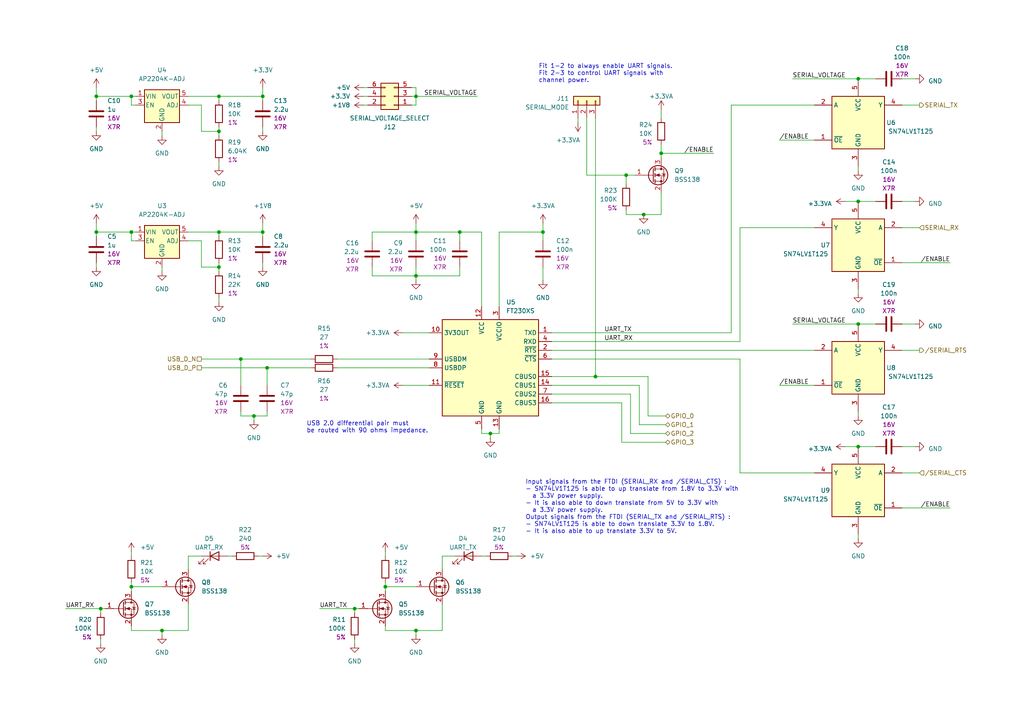
<source format=kicad_sch>
(kicad_sch (version 20230121) (generator eeschema)
  (paper "A4")
  (title_block (title "Copilot Lite USB controller") (date "2023-03-28") (company "(C) BayLibre"))
  (lib_symbols
    (symbol "Connector_Generic:Conn_01x03" (pin_names (offset 1.016) hide)
      (property "Reference" "J" (at 0 5.08 0))
      (property "Value" "Conn_01x03" (at 0 -5.08 0))
      (symbol "Conn_01x03_1_1"
        (rectangle (start -1.27 -2.413) (end 0 -2.667) (stroke (width 0.1524)))
        (rectangle (start -1.27 0.127) (end 0 -0.127) (stroke (width 0.1524)))
        (rectangle (start -1.27 2.667) (end 0 2.413) (stroke (width 0.1524)))
        (rectangle (start -1.27 3.81) (end 1.27 -3.81) (stroke (width 0.254)) (fill (type background)))
        (pin passive line (at -5.08 2.54 0) (length 3.81) (name "Pin_1") (number "1"))
        (pin passive line (at -5.08 0 0) (length 3.81) (name "Pin_2") (number "2"))
        (pin passive line (at -5.08 -2.54 0) (length 3.81) (name "Pin_3") (number "3"))
      )
    )
    (symbol "Connector_Generic:Conn_02x03_Odd_Even" (pin_names (offset 1.016) hide)
      (property "Reference" "J" (at 1.27 5.08 0))
      (property "Value" "Conn_02x03_Odd_Even" (at 1.27 -5.08 0))
      (symbol "Conn_02x03_Odd_Even_1_1"
        (rectangle (start -1.27 -2.413) (end 0 -2.667) (stroke (width 0.1524)))
        (rectangle (start -1.27 0.127) (end 0 -0.127) (stroke (width 0.1524)))
        (rectangle (start -1.27 2.667) (end 0 2.413) (stroke (width 0.1524)))
        (rectangle (start -1.27 3.81) (end 3.81 -3.81) (stroke (width 0.254)) (fill (type background)))
        (rectangle (start 3.81 -2.413) (end 2.54 -2.667) (stroke (width 0.1524)))
        (rectangle (start 3.81 0.127) (end 2.54 -0.127) (stroke (width 0.1524)))
        (rectangle (start 3.81 2.667) (end 2.54 2.413) (stroke (width 0.1524)))
        (pin passive line (at -5.08 2.54 0) (length 3.81) (name "Pin_1") (number "1"))
        (pin passive line (at 7.62 2.54 180) (length 3.81) (name "Pin_2") (number "2"))
        (pin passive line (at -5.08 0 0) (length 3.81) (name "Pin_3") (number "3"))
        (pin passive line (at 7.62 0 180) (length 3.81) (name "Pin_4") (number "4"))
        (pin passive line (at -5.08 -2.54 0) (length 3.81) (name "Pin_5") (number "5"))
        (pin passive line (at 7.62 -2.54 180) (length 3.81) (name "Pin_6") (number "6"))
      )
    )
    (symbol "Device:C" (pin_numbers hide) (pin_names (offset 0.254))
      (property "Reference" "C" (at 0.635 2.54 0))
      (property "Value" "C" (at 0.635 -2.54 0))
      (symbol "C_0_1"
        (polyline (pts (xy -2.032 -0.762) (xy 2.032 -0.762)) (stroke (width 0.508)))
        (polyline (pts (xy -2.032 0.762) (xy 2.032 0.762)) (stroke (width 0.508)))
      )
      (symbol "C_1_1"
        (pin passive line (at 0 3.81 270) (length 2.794) (name "~") (number "1"))
        (pin passive line (at 0 -3.81 90) (length 2.794) (name "~") (number "2"))
      )
    )
    (symbol "Device:LED" (pin_numbers hide) (pin_names (offset 1.016) hide)
      (property "Reference" "D" (at 0 2.54 0))
      (property "Value" "LED" (at 0 -2.54 0))
      (symbol "LED_0_1"
        (polyline (pts (xy -1.27 -1.27) (xy -1.27 1.27)) (stroke (width 0.254)))
        (polyline (pts (xy -1.27 0) (xy 1.27 0)))
        (polyline (pts (xy 1.27 -1.27) (xy 1.27 1.27) (xy -1.27 0) (xy 1.27 -1.27)) (stroke (width 0.254)))
        (polyline (pts (xy -3.048 -0.762) (xy -4.572 -2.286) (xy -3.81 -2.286) (xy -4.572 -2.286) (xy -4.572 -1.524)))
        (polyline (pts (xy -1.778 -0.762) (xy -3.302 -2.286) (xy -2.54 -2.286) (xy -3.302 -2.286) (xy -3.302 -1.524)))
      )
      (symbol "LED_1_1"
        (pin passive line (at -3.81 0 0) (length 2.54) (name "K") (number "1"))
        (pin passive line (at 3.81 0 180) (length 2.54) (name "A") (number "2"))
      )
    )
    (symbol "Device:R" (pin_numbers hide) (pin_names (offset 0))
      (property "Reference" "R" (at 2.032 0 90))
      (property "Value" "R" (at 0 0 90))
      (symbol "R_0_1"
        (rectangle (start -1.016 -2.54) (end 1.016 2.54) (stroke (width 0.254)))
      )
      (symbol "R_1_1"
        (pin passive line (at 0 3.81 270) (length 1.27) (name "~") (number "1"))
        (pin passive line (at 0 -3.81 90) (length 1.27) (name "~") (number "2"))
      )
    )
    (symbol "Interface_USB:FT230XS"
      (property "Reference" "U" (at -13.97 15.24 0))
      (property "Value" "FT230XS" (at 7.62 15.24 0))
      (symbol "FT230XS_0_1"
        (rectangle (start -13.97 13.97) (end 13.97 -13.97) (stroke (width 0.254)) (fill (type background)))
      )
      (symbol "FT230XS_1_1"
        (pin output line (at 17.78 10.16 180) (length 3.81) (name "TXD") (number "1"))
        (pin power_out line (at -17.78 10.16 0) (length 3.81) (name "3V3OUT") (number "10"))
        (pin input line (at -17.78 -5.08 0) (length 3.81) (name "~{RESET}") (number "11"))
        (pin power_in line (at -2.54 17.78 270) (length 3.81) (name "VCC") (number "12"))
        (pin power_in line (at 2.54 -17.78 90) (length 3.81) (name "GND") (number "13"))
        (pin bidirectional line (at 17.78 -5.08 180) (length 3.81) (name "CBUS1") (number "14"))
        (pin bidirectional line (at 17.78 -2.54 180) (length 3.81) (name "CBUS0") (number "15"))
        (pin bidirectional line (at 17.78 -10.16 180) (length 3.81) (name "CBUS3") (number "16"))
        (pin output line (at 17.78 5.08 180) (length 3.81) (name "~{RTS}") (number "2"))
        (pin power_in line (at 2.54 17.78 270) (length 3.81) (name "VCCIO") (number "3"))
        (pin input line (at 17.78 7.62 180) (length 3.81) (name "RXD") (number "4"))
        (pin power_in line (at -2.54 -17.78 90) (length 3.81) (name "GND") (number "5"))
        (pin input line (at 17.78 2.54 180) (length 3.81) (name "~{CTS}") (number "6"))
        (pin bidirectional line (at 17.78 -7.62 180) (length 3.81) (name "CBUS2") (number "7"))
        (pin bidirectional line (at -17.78 0 0) (length 3.81) (name "USBDP") (number "8"))
        (pin bidirectional line (at -17.78 2.54 0) (length 3.81) (name "USBDM") (number "9"))
      )
    )
    (symbol "Regulator_Linear:AP2204K-ADJ" (pin_names (offset 0.254))
      (property "Reference" "U" (at -5.08 5.715 0))
      (property "Value" "AP2204K-ADJ" (at 0 5.715 0))
      (symbol "AP2204K-ADJ_0_1"
        (rectangle (start -5.08 4.445) (end 5.08 -5.08) (stroke (width 0.254)) (fill (type background)))
      )
      (symbol "AP2204K-ADJ_1_1"
        (pin power_in line (at -7.62 2.54 0) (length 2.54) (name "VIN") (number "1"))
        (pin power_in line (at 0 -7.62 90) (length 2.54) (name "GND") (number "2"))
        (pin input line (at -7.62 0 0) (length 2.54) (name "EN") (number "3"))
        (pin input line (at 7.62 0 180) (length 2.54) (name "ADJ") (number "4"))
        (pin power_out line (at 7.62 2.54 180) (length 2.54) (name "VOUT") (number "5"))
      )
    )
    (symbol "SN74LV1T125:SN74LV1T125DBV"
      (property "Reference" "U" (at 9.525 0 0))
      (property "Value" "SN74LV1T125" (at 15.24 -2.54 0))
      (symbol "SN74LV1T125DBV_0_1"
        (rectangle (start -7.62 7.62) (end 7.62 -7.62) (stroke (width 0.254)) (fill (type background)))
      )
      (symbol "SN74LV1T125DBV_1_1"
        (pin input line (at -12.7 -5.08 0) (length 5.08) (name "~{OE}") (number "1"))
        (pin input line (at -12.7 5.08 0) (length 5.08) (name "A") (number "2"))
        (pin power_in line (at 0 -12.7 90) (length 5.08) (name "GND") (number "3"))
        (pin tri_state line (at 12.7 5.08 180) (length 5.08) (name "Y") (number "4"))
        (pin power_in line (at 0 12.7 270) (length 5.08) (name "VCC") (number "5"))
      )
    )
    (symbol "Transistor_FET:BSS138" (pin_names hide)
      (property "Reference" "Q" (at 5.08 1.905 0))
      (property "Value" "BSS138" (at 5.08 0 0))
      (symbol "BSS138_0_1"
        (polyline (pts (xy 0.254 0) (xy -2.54 0)))
        (polyline (pts (xy 0.254 1.905) (xy 0.254 -1.905)) (stroke (width 0.254)))
        (polyline (pts (xy 0.762 -1.27) (xy 0.762 -2.286)) (stroke (width 0.254)))
        (polyline (pts (xy 0.762 0.508) (xy 0.762 -0.508)) (stroke (width 0.254)))
        (polyline (pts (xy 0.762 2.286) (xy 0.762 1.27)) (stroke (width 0.254)))
        (polyline (pts (xy 2.54 2.54) (xy 2.54 1.778)))
        (polyline (pts (xy 2.54 -2.54) (xy 2.54 0) (xy 0.762 0)))
        (polyline (pts (xy 0.762 -1.778) (xy 3.302 -1.778) (xy 3.302 1.778) (xy 0.762 1.778)))
        (polyline (pts (xy 1.016 0) (xy 2.032 0.381) (xy 2.032 -0.381) (xy 1.016 0)) (fill (type outline)))
        (polyline (pts (xy 2.794 0.508) (xy 2.921 0.381) (xy 3.683 0.381) (xy 3.81 0.254)))
        (polyline (pts (xy 3.302 0.381) (xy 2.921 -0.254) (xy 3.683 -0.254) (xy 3.302 0.381)))
        (circle (center 1.651 0) (radius 2.794) (stroke (width 0.254)))
        (circle (center 2.54 -1.778) (radius 0.254) (fill (type outline)))
        (circle (center 2.54 1.778) (radius 0.254) (fill (type outline)))
      )
      (symbol "BSS138_1_1"
        (pin input line (at -5.08 0 0) (length 2.54) (name "G") (number "1"))
        (pin passive line (at 2.54 -5.08 90) (length 2.54) (name "S") (number "2"))
        (pin passive line (at 2.54 5.08 270) (length 2.54) (name "D") (number "3"))
      )
    )
    (symbol "power:+1V8" (power) (pin_names (offset 0))
      (property "Value" "+1V8" (at 0 3.556 0))
      (symbol "+1V8_0_1"
        (polyline (pts (xy -0.762 1.27) (xy 0 2.54)))
        (polyline (pts (xy 0 0) (xy 0 2.54)))
        (polyline (pts (xy 0 2.54) (xy 0.762 1.27)))
      )
      (symbol "+1V8_1_1"
        (pin power_in line (at 0 0 90) (length 0) hide (name "+1V8") (number "1"))
      )
    )
    (symbol "power:+3.3V" (power) (pin_names (offset 0))
      (property "Value" "+3.3V" (at 0 3.556 0))
      (symbol "+3.3V_0_1"
        (polyline (pts (xy -0.762 1.27) (xy 0 2.54)))
        (polyline (pts (xy 0 0) (xy 0 2.54)))
        (polyline (pts (xy 0 2.54) (xy 0.762 1.27)))
      )
      (symbol "+3.3V_1_1"
        (pin power_in line (at 0 0 90) (length 0) hide (name "+3.3V") (number "1"))
      )
    )
    (symbol "power:+3.3VA" (power) (pin_names (offset 0))
      (property "Value" "+3.3VA" (at 0 3.556 0))
      (symbol "+3.3VA_0_1"
        (polyline (pts (xy -0.762 1.27) (xy 0 2.54)))
        (polyline (pts (xy 0 0) (xy 0 2.54)))
        (polyline (pts (xy 0 2.54) (xy 0.762 1.27)))
      )
      (symbol "+3.3VA_1_1"
        (pin power_in line (at 0 0 90) (length 0) hide (name "+3.3VA") (number "1"))
      )
    )
    (symbol "power:+5V" (power) (pin_names (offset 0))
      (property "Value" "+5V" (at 0 3.556 0))
      (symbol "+5V_0_1"
        (polyline (pts (xy -0.762 1.27) (xy 0 2.54)))
        (polyline (pts (xy 0 0) (xy 0 2.54)))
        (polyline (pts (xy 0 2.54) (xy 0.762 1.27)))
      )
      (symbol "+5V_1_1"
        (pin power_in line (at 0 0 90) (length 0) hide (name "+5V") (number "1"))
      )
    )
    (symbol "power:GND" (power) (pin_names (offset 0))
      (property "Value" "GND" (at 0 -3.81 0))
      (symbol "GND_0_1"
        (polyline (pts (xy 0 0) (xy 0 -1.27) (xy 1.27 -1.27) (xy 0 -2.54) (xy -1.27 -1.27) (xy 0 -1.27)))
      )
      (symbol "GND_1_1"
        (pin power_in line (at 0 0 270) (length 0) hide (name "GND") (number "1"))
      )
    )
  )
  (junction (at 46.99 182.88))
  (junction (at 76.2 27.94))
  (junction (at 73.66 120.65))
  (junction (at 157.48 67.31))
  (junction (at 27.94 27.94))
  (junction (at 29.21 176.53))
  (junction (at 172.72 109.22))
  (junction (at 248.92 129.54))
  (junction (at 63.5 38.1))
  (junction (at 248.92 93.98))
  (junction (at 69.85 104.14))
  (junction (at 63.5 77.47))
  (junction (at 191.77 44.45))
  (junction (at 38.1 67.31))
  (junction (at 76.2 67.31))
  (junction (at 120.65 80.01))
  (junction (at 38.1 170.18))
  (junction (at 120.65 67.31))
  (junction (at 142.24 125.73))
  (junction (at 181.61 50.8))
  (junction (at 120.65 27.94))
  (junction (at 102.87 176.53))
  (junction (at 111.76 170.18))
  (junction (at 63.5 67.31))
  (junction (at 248.92 22.86))
  (junction (at 248.92 58.42))
  (junction (at 27.94 67.31))
  (junction (at 63.5 27.94))
  (junction (at 38.1 27.94))
  (junction (at 77.47 106.68))
  (junction (at 120.65 182.88))
  (junction (at 133.35 67.31))
  (junction (at 186.69 62.23))
  (wire (pts (xy 191.77 44.45) (xy 191.77 45.72)))
  (wire (pts (xy 191.77 62.23) (xy 186.69 62.23)))
  (wire (pts (xy 107.95 80.01) (xy 120.65 80.01)))
  (wire (pts (xy 133.35 77.47) (xy 133.35 80.01)))
  (wire (pts (xy 63.5 67.31) (xy 76.2 67.31)))
  (wire (pts (xy 139.7 67.31) (xy 139.7 88.9)))
  (wire (pts (xy 248.92 129.54) (xy 254 129.54)))
  (wire (pts (xy 236.22 66.04) (xy 214.63 66.04)))
  (wire (pts (xy 38.1 69.85) (xy 39.37 69.85)))
  (wire (pts (xy 180.34 116.84) (xy 180.34 128.27)))
  (wire (pts (xy 128.27 161.29) (xy 132.08 161.29)))
  (wire (pts (xy 54.61 165.1) (xy 54.61 161.29)))
  (wire (pts (xy 116.84 96.52) (xy 124.46 96.52)))
  (wire (pts (xy 157.48 67.31) (xy 157.48 69.85)))
  (wire (pts (xy 63.5 46.99) (xy 63.5 48.26)))
  (wire (pts (xy 160.02 116.84) (xy 180.34 116.84)))
  (wire (pts (xy 139.7 125.73) (xy 142.24 125.73)))
  (wire (pts (xy 182.88 125.73) (xy 193.04 125.73)))
  (wire (pts (xy 261.62 66.04) (xy 266.7 66.04)))
  (wire (pts (xy 180.34 128.27) (xy 193.04 128.27)))
  (wire (pts (xy 172.72 109.22) (xy 187.96 109.22)))
  (wire (pts (xy 160.02 114.3) (xy 182.88 114.3)))
  (wire (pts (xy 160.02 101.6) (xy 236.22 101.6)))
  (wire (pts (xy 120.65 64.77) (xy 120.65 67.31)))
  (wire (pts (xy 58.42 106.68) (xy 77.47 106.68)))
  (wire (pts (xy 160.02 104.14) (xy 214.63 104.14)))
  (wire (pts (xy 111.76 181.61) (xy 111.76 182.88)))
  (wire (pts (xy 248.92 93.98) (xy 254 93.98)))
  (wire (pts (xy 111.76 160.02) (xy 111.76 161.29)))
  (wire (pts (xy 245.11 58.42) (xy 248.92 58.42)))
  (wire (pts (xy 261.62 58.42) (xy 265.43 58.42)))
  (wire (pts (xy 54.61 27.94) (xy 63.5 27.94)))
  (wire (pts (xy 212.09 96.52) (xy 212.09 30.48)))
  (wire (pts (xy 58.42 38.1) (xy 63.5 38.1)))
  (wire (pts (xy 104.14 176.53) (xy 102.87 176.53)))
  (wire (pts (xy 186.69 62.23) (xy 181.61 62.23)))
  (wire (pts (xy 58.42 104.14) (xy 69.85 104.14)))
  (wire (pts (xy 184.15 50.8) (xy 181.61 50.8)))
  (wire (pts (xy 245.11 129.54) (xy 248.92 129.54)))
  (wire (pts (xy 38.1 168.91) (xy 38.1 170.18)))
  (wire (pts (xy 226.06 111.76) (xy 236.22 111.76)))
  (wire (pts (xy 38.1 160.02) (xy 38.1 161.29)))
  (wire (pts (xy 261.62 137.16) (xy 266.7 137.16)))
  (wire (pts (xy 191.77 44.45) (xy 207.01 44.45)))
  (wire (pts (xy 120.65 25.4) (xy 119.38 25.4)))
  (wire (pts (xy 58.42 69.85) (xy 58.42 77.47)))
  (wire (pts (xy 29.21 185.42) (xy 29.21 186.69)))
  (wire (pts (xy 214.63 137.16) (xy 236.22 137.16)))
  (wire (pts (xy 27.94 67.31) (xy 27.94 68.58)))
  (wire (pts (xy 39.37 67.31) (xy 38.1 67.31)))
  (wire (pts (xy 139.7 161.29) (xy 140.97 161.29)))
  (wire (pts (xy 111.76 182.88) (xy 120.65 182.88)))
  (wire (pts (xy 76.2 27.94) (xy 76.2 29.21)))
  (wire (pts (xy 76.2 67.31) (xy 76.2 68.58)))
  (wire (pts (xy 144.78 125.73) (xy 144.78 124.46)))
  (wire (pts (xy 54.61 30.48) (xy 58.42 30.48)))
  (wire (pts (xy 212.09 30.48) (xy 236.22 30.48)))
  (wire (pts (xy 133.35 67.31) (xy 139.7 67.31)))
  (wire (pts (xy 69.85 120.65) (xy 73.66 120.65)))
  (wire (pts (xy 111.76 168.91) (xy 111.76 170.18)))
  (wire (pts (xy 38.1 181.61) (xy 38.1 182.88)))
  (wire (pts (xy 226.06 40.64) (xy 236.22 40.64)))
  (wire (pts (xy 261.62 30.48) (xy 266.7 30.48)))
  (wire (pts (xy 27.94 27.94) (xy 27.94 29.21)))
  (wire (pts (xy 116.84 111.76) (xy 124.46 111.76)))
  (wire (pts (xy 214.63 66.04) (xy 214.63 99.06)))
  (wire (pts (xy 107.95 77.47) (xy 107.95 80.01)))
  (wire (pts (xy 97.79 104.14) (xy 124.46 104.14)))
  (wire (pts (xy 248.92 83.82) (xy 248.92 85.09)))
  (wire (pts (xy 167.64 34.29) (xy 167.64 35.56)))
  (wire (pts (xy 214.63 104.14) (xy 214.63 137.16)))
  (wire (pts (xy 54.61 182.88) (xy 54.61 175.26)))
  (wire (pts (xy 77.47 106.68) (xy 90.17 106.68)))
  (wire (pts (xy 63.5 27.94) (xy 63.5 29.21)))
  (wire (pts (xy 248.92 48.26) (xy 248.92 49.53)))
  (wire (pts (xy 102.87 185.42) (xy 102.87 186.69)))
  (wire (pts (xy 106.68 30.48) (xy 105.41 30.48)))
  (wire (pts (xy 74.93 161.29) (xy 76.2 161.29)))
  (wire (pts (xy 187.96 120.65) (xy 193.04 120.65)))
  (wire (pts (xy 185.42 123.19) (xy 193.04 123.19)))
  (wire (pts (xy 142.24 125.73) (xy 142.24 127)))
  (wire (pts (xy 142.24 125.73) (xy 144.78 125.73)))
  (wire (pts (xy 63.5 27.94) (xy 76.2 27.94)))
  (wire (pts (xy 182.88 114.3) (xy 182.88 125.73)))
  (wire (pts (xy 63.5 86.36) (xy 63.5 87.63)))
  (wire (pts (xy 38.1 67.31) (xy 27.94 67.31)))
  (wire (pts (xy 69.85 119.38) (xy 69.85 120.65)))
  (wire (pts (xy 120.65 80.01) (xy 133.35 80.01)))
  (wire (pts (xy 73.66 120.65) (xy 77.47 120.65)))
  (wire (pts (xy 229.87 22.86) (xy 248.92 22.86)))
  (wire (pts (xy 120.65 27.94) (xy 119.38 27.94)))
  (wire (pts (xy 261.62 147.32) (xy 275.59 147.32)))
  (wire (pts (xy 27.94 64.77) (xy 27.94 67.31)))
  (wire (pts (xy 107.95 69.85) (xy 107.95 67.31)))
  (wire (pts (xy 38.1 27.94) (xy 27.94 27.94)))
  (wire (pts (xy 191.77 41.91) (xy 191.77 44.45)))
  (wire (pts (xy 102.87 176.53) (xy 102.87 177.8)))
  (wire (pts (xy 77.47 120.65) (xy 77.47 119.38)))
  (wire (pts (xy 119.38 30.48) (xy 120.65 30.48)))
  (wire (pts (xy 160.02 111.76) (xy 185.42 111.76)))
  (wire (pts (xy 38.1 170.18) (xy 46.99 170.18)))
  (wire (pts (xy 46.99 39.37) (xy 46.99 38.1)))
  (wire (pts (xy 157.48 77.47) (xy 157.48 81.28)))
  (wire (pts (xy 46.99 78.74) (xy 46.99 77.47)))
  (wire (pts (xy 27.94 25.4) (xy 27.94 27.94)))
  (wire (pts (xy 90.17 104.14) (xy 69.85 104.14)))
  (wire (pts (xy 111.76 170.18) (xy 120.65 170.18)))
  (wire (pts (xy 139.7 124.46) (xy 139.7 125.73)))
  (wire (pts (xy 120.65 67.31) (xy 120.65 69.85)))
  (wire (pts (xy 38.1 27.94) (xy 38.1 30.48)))
  (wire (pts (xy 133.35 67.31) (xy 133.35 69.85)))
  (wire (pts (xy 181.61 50.8) (xy 181.61 53.34)))
  (wire (pts (xy 97.79 106.68) (xy 124.46 106.68)))
  (wire (pts (xy 76.2 36.83) (xy 76.2 38.1)))
  (wire (pts (xy 63.5 38.1) (xy 63.5 39.37)))
  (wire (pts (xy 181.61 60.96) (xy 181.61 62.23)))
  (wire (pts (xy 157.48 64.77) (xy 157.48 67.31)))
  (wire (pts (xy 76.2 25.4) (xy 76.2 27.94)))
  (wire (pts (xy 160.02 99.06) (xy 214.63 99.06)))
  (wire (pts (xy 54.61 161.29) (xy 58.42 161.29)))
  (wire (pts (xy 120.65 182.88) (xy 128.27 182.88)))
  (wire (pts (xy 30.48 176.53) (xy 29.21 176.53)))
  (wire (pts (xy 120.65 80.01) (xy 120.65 81.28)))
  (wire (pts (xy 187.96 120.65) (xy 187.96 109.22)))
  (wire (pts (xy 170.18 34.29) (xy 170.18 50.8)))
  (wire (pts (xy 76.2 64.77) (xy 76.2 67.31)))
  (wire (pts (xy 185.42 111.76) (xy 185.42 123.19)))
  (wire (pts (xy 248.92 119.38) (xy 248.92 120.65)))
  (wire (pts (xy 261.62 93.98) (xy 265.43 93.98)))
  (wire (pts (xy 38.1 182.88) (xy 46.99 182.88)))
  (wire (pts (xy 54.61 69.85) (xy 58.42 69.85)))
  (wire (pts (xy 58.42 77.47) (xy 63.5 77.47)))
  (wire (pts (xy 111.76 170.18) (xy 111.76 171.45)))
  (wire (pts (xy 38.1 67.31) (xy 38.1 69.85)))
  (wire (pts (xy 120.65 27.94) (xy 120.65 25.4)))
  (wire (pts (xy 120.65 27.94) (xy 138.43 27.94)))
  (wire (pts (xy 77.47 111.76) (xy 77.47 106.68)))
  (wire (pts (xy 172.72 34.29) (xy 172.72 109.22)))
  (wire (pts (xy 106.68 25.4) (xy 105.41 25.4)))
  (wire (pts (xy 120.65 182.88) (xy 120.65 184.15)))
  (wire (pts (xy 38.1 30.48) (xy 39.37 30.48)))
  (wire (pts (xy 229.87 93.98) (xy 248.92 93.98)))
  (wire (pts (xy 128.27 182.88) (xy 128.27 175.26)))
  (wire (pts (xy 27.94 36.83) (xy 27.94 38.1)))
  (wire (pts (xy 76.2 76.2) (xy 76.2 77.47)))
  (wire (pts (xy 58.42 30.48) (xy 58.42 38.1)))
  (wire (pts (xy 248.92 58.42) (xy 254 58.42)))
  (wire (pts (xy 170.18 50.8) (xy 181.61 50.8)))
  (wire (pts (xy 248.92 22.86) (xy 254 22.86)))
  (wire (pts (xy 39.37 27.94) (xy 38.1 27.94)))
  (wire (pts (xy 148.59 161.29) (xy 149.86 161.29)))
  (wire (pts (xy 120.65 30.48) (xy 120.65 27.94)))
  (wire (pts (xy 38.1 170.18) (xy 38.1 171.45)))
  (wire (pts (xy 157.48 67.31) (xy 144.78 67.31)))
  (wire (pts (xy 160.02 109.22) (xy 172.72 109.22)))
  (wire (pts (xy 128.27 165.1) (xy 128.27 161.29)))
  (wire (pts (xy 63.5 38.1) (xy 63.5 36.83)))
  (wire (pts (xy 46.99 182.88) (xy 54.61 182.88)))
  (wire (pts (xy 27.94 76.2) (xy 27.94 77.47)))
  (wire (pts (xy 248.92 154.94) (xy 248.92 156.21)))
  (wire (pts (xy 54.61 67.31) (xy 63.5 67.31)))
  (wire (pts (xy 144.78 67.31) (xy 144.78 88.9)))
  (wire (pts (xy 261.62 22.86) (xy 265.43 22.86)))
  (wire (pts (xy 69.85 104.14) (xy 69.85 111.76)))
  (wire (pts (xy 107.95 67.31) (xy 120.65 67.31)))
  (wire (pts (xy 191.77 31.75) (xy 191.77 34.29)))
  (wire (pts (xy 191.77 55.88) (xy 191.77 62.23)))
  (wire (pts (xy 63.5 77.47) (xy 63.5 78.74)))
  (wire (pts (xy 106.68 27.94) (xy 105.41 27.94)))
  (wire (pts (xy 261.62 101.6) (xy 266.7 101.6)))
  (wire (pts (xy 66.04 161.29) (xy 67.31 161.29)))
  (wire (pts (xy 92.71 176.53) (xy 102.87 176.53)))
  (wire (pts (xy 63.5 77.47) (xy 63.5 76.2)))
  (wire (pts (xy 160.02 96.52) (xy 212.09 96.52)))
  (wire (pts (xy 63.5 67.31) (xy 63.5 68.58)))
  (wire (pts (xy 46.99 182.88) (xy 46.99 184.15)))
  (wire (pts (xy 261.62 76.2) (xy 275.59 76.2)))
  (wire (pts (xy 120.65 77.47) (xy 120.65 80.01)))
  (wire (pts (xy 261.62 129.54) (xy 265.43 129.54)))
  (wire (pts (xy 73.66 120.65) (xy 73.66 121.92)))
  (wire (pts (xy 29.21 176.53) (xy 29.21 177.8)))
  (wire (pts (xy 19.05 176.53) (xy 29.21 176.53)))
  (wire (pts (xy 120.65 67.31) (xy 133.35 67.31)))
  (text "Input signals from the FTDI (SERIAL_RX and /SERIAL_CTS) :\n- SN74LV1T125 is able to up translate from 1.8V to 3.3V with\n  a 3.3V power supply.\n- It is also able to down translate from 5V to 3.3V with\n  a 3.3V power supply.\nOutput signals from the FTDI (SERIAL_TX and /SERIAL_RTS) :\n- SN74LV1T125 is able to down translate 3.3V to 1.8V.\n- It is also able to up translate 3.3V to 5V. \n" (at 152.4 154.94 0) (effects (font (size 1.27 1.27)) (justify left bottom)))
  (text "USB 2.0 differential pair must\nbe routed with 90 ohms impedance." (at 88.9 125.73 0) (effects (font (size 1.27 1.27)) (justify left bottom)))
  (text "Fit 1-2 to always enable UART signals.\nFit 2-3 to control UART signals with\nchannel power." (at 156.21 24.13 0) (effects (font (size 1.27 1.27)) (justify left bottom)))
  (label "{slash}ENABLE" (at 226.06 111.76 0))
  (label "{slash}ENABLE" (at 207.01 44.45 180))
  (label "SERIAL_VOLTAGE" (at 229.87 93.98 0))
  (label "UART_TX" (at 92.71 176.53 0))
  (label "{slash}ENABLE" (at 226.06 40.64 0))
  (label "SERIAL_VOLTAGE" (at 138.43 27.94 180))
  (label "SERIAL_VOLTAGE" (at 229.87 22.86 0))
  (label "{slash}ENABLE" (at 275.59 76.2 180))
  (label "UART_TX" (at 175.26 96.52 0))
  (label "{slash}ENABLE" (at 275.59 147.32 180))
  (label "UART_RX" (at 19.05 176.53 0))
  (label "UART_RX" (at 175.26 99.06 0))
  (hierarchical_label "GPIO_2" (shape bidirectional) (at 193.04 125.73 0))
  (hierarchical_label "GPIO_0" (shape bidirectional) (at 193.04 120.65 0))
  (hierarchical_label "USB_D_N" (shape passive) (at 58.42 104.14 180))
  (hierarchical_label "GPIO_3" (shape bidirectional) (at 193.04 128.27 0))
  (hierarchical_label "{slash}SERIAL_RTS" (shape output) (at 266.7 101.6 0))
  (hierarchical_label "{slash}SERIAL_CTS" (shape input) (at 266.7 137.16 0))
  (hierarchical_label "SERIAL_TX" (shape output) (at 266.7 30.48 0))
  (hierarchical_label "GPIO_1" (shape bidirectional) (at 193.04 123.19 0))
  (hierarchical_label "USB_D_P" (shape passive) (at 58.42 106.68 180))
  (hierarchical_label "SERIAL_RX" (shape input) (at 266.7 66.04 0))
  (symbol (lib_id "Device:C") (at 76.2 33.02 0) (unit 1)
    (property "Reference" "C13" (at 79.375 29.2099 0) (effects (justify left)))
    (property "Value" "2.2u" (at 79.375 31.7499 0) (effects (justify left)))
    (property "Footprint" "Capacitor_SMD:C_0603_1608Metric" (effects hide))
    (property "Value2" "16V" (at 79.375 34.2899 0) (effects (justify left)))
    (property "Value3" "X7R" (at 79.375 36.8299 0) (effects (justify left)))
    (property "PartNumber" "CL10A225KO8NNNC" (effects hide))
    (property "AISLER_MPN" "2.2u 16V X7R 0603" (effects hide))
  )
  (symbol (lib_id "power:+3.3VA") (at 157.48 64.77 0) (unit 1)
    (property "Reference" "#PWR0147" (effects hide))
    (property "Value" "+3.3VA" (at 157.48 59.69 0))
  )
  (symbol (lib_id "power:GND") (at 27.94 77.47 0) (unit 1)
    (property "Reference" "#PWR0144" (effects hide))
    (property "Value" "GND" (at 27.94 82.55 0))
  )
  (symbol (lib_id "Device:R") (at 63.5 82.55 180) (unit 1)
    (property "Reference" "R14" (at 66.04 80.0099 0) (effects (justify right)))
    (property "Value" "22K" (at 66.04 82.5499 0) (effects (justify right)))
    (property "Footprint" "Resistor_SMD:R_0603_1608Metric" (effects hide))
    (property "Value2" "1%" (at 66.04 85.0899 0) (effects (justify right)))
    (property "PartNumber" "RC0603FR-0722KL" (effects hide))
    (property "AISLER_MPN" "22K 1% 0603" (effects hide))
  )
  (symbol (lib_id "power:GND") (at 27.94 38.1 0) (unit 1)
    (property "Reference" "#PWR0127" (effects hide))
    (property "Value" "GND" (at 27.94 43.18 0))
  )
  (symbol (lib_id "power:+5V") (at 27.94 64.77 0) (unit 1)
    (property "Reference" "#PWR0140" (effects hide))
    (property "Value" "+5V" (at 27.94 59.69 0))
  )
  (symbol (lib_id "Device:C") (at 257.81 22.86 90) (unit 1)
    (property "Reference" "C18" (at 261.62 13.97 90))
    (property "Value" "100n" (at 261.62 16.51 90))
    (property "Footprint" "Capacitor_SMD:C_0603_1608Metric" (effects hide))
    (property "Value2" "16V" (at 261.62 19.05 90))
    (property "Value3" "X7R" (at 261.62 21.59 90))
    (property "PartNumber" "CL10B104KO8NNNC" (effects hide))
    (property "AISLER_MPN" "100n 16V X7R 0603" (effects hide))
  )
  (symbol (lib_id "Transistor_FET:BSS138") (at 125.73 170.18 0) (unit 1)
    (property "Reference" "Q6" (at 132.08 168.9099 0) (effects (justify left)))
    (property "Value" "BSS138" (at 132.08 171.4499 0) (effects (justify left)))
    (property "Footprint" "Package_TO_SOT_SMD:SOT-23" (effects hide))
    (property "Datasheet" "https://www.onsemi.com/pub/Collateral/BSS138-D.PDF" (effects hide))
    (property "PartNumber" "BSS138P,215" (effects hide))
    (property "AISLER_MPN" "BSS138P,215" (effects hide))
  )
  (symbol (lib_id "Device:C") (at 76.2 72.39 0) (unit 1)
    (property "Reference" "C8" (at 79.375 68.5799 0) (effects (justify left)))
    (property "Value" "2.2u" (at 79.375 71.1199 0) (effects (justify left)))
    (property "Footprint" "Capacitor_SMD:C_0603_1608Metric" (effects hide))
    (property "Value2" "16V" (at 79.375 73.6599 0) (effects (justify left)))
    (property "Value3" "X7R" (at 79.375 76.1999 0) (effects (justify left)))
    (property "PartNumber" "CL10A225KO8NNNC" (effects hide))
    (property "AISLER_MPN" "2.2u 16V X7R 0603" (effects hide))
  )
  (symbol (lib_id "SN74LV1T125:SN74LV1T125DBV") (at 248.92 142.24 0) (mirror y) (unit 1)
    (property "Reference" "U9" (at 239.395 142.24 0))
    (property "Value" "SN74LV1T125" (at 233.68 144.78 0))
    (property "Footprint" "Package_TO_SOT_SMD:SOT-23-5" (effects hide))
  )
  (symbol (lib_id "Device:C") (at 257.81 93.98 90) (unit 1)
    (property "Reference" "C19" (at 257.81 82.55 90))
    (property "Value" "100n" (at 257.81 85.09 90))
    (property "Footprint" "Capacitor_SMD:C_0603_1608Metric" (effects hide))
    (property "Value2" "16V" (at 257.81 87.63 90))
    (property "Value3" "X7R" (at 257.81 90.17 90))
    (property "PartNumber" "CL10B104KO8NNNC" (effects hide))
    (property "AISLER_MPN" "100n 16V X7R 0603" (effects hide))
  )
  (symbol (lib_id "power:GND") (at 120.65 184.15 0) (unit 1)
    (property "Reference" "#PWR0135" (effects hide))
    (property "Value" "GND" (at 120.65 189.23 0))
  )
  (symbol (lib_id "power:+3.3VA") (at 245.11 58.42 90) (unit 1)
    (property "Reference" "#PWR012" (effects hide))
    (property "Value" "+3.3VA" (at 241.3 59.055 90) (effects (justify left)))
  )
  (symbol (lib_id "power:+5V") (at 38.1 160.02 0) (unit 1)
    (property "Reference" "#PWR0136" (effects hide))
    (property "Value" "+5V" (at 40.64 158.7499 0) (effects (justify left)))
  )
  (symbol (lib_id "Device:R") (at 63.5 33.02 180) (unit 1)
    (property "Reference" "R18" (at 66.04 30.4799 0) (effects (justify right)))
    (property "Value" "10K" (at 66.04 33.0199 0) (effects (justify right)))
    (property "Footprint" "Resistor_SMD:R_0603_1608Metric" (effects hide))
    (property "Value2" "1%" (at 66.04 35.5599 0) (effects (justify right)))
    (property "PartNumber" "RNCP0603FTD10K0" (effects hide))
    (property "AISLER_MPN" "10K 1% 0603" (effects hide))
  )
  (symbol (lib_id "Device:C") (at 77.47 115.57 0) (unit 1)
    (property "Reference" "C7" (at 81.28 111.7599 0) (effects (justify left)))
    (property "Value" "47p" (at 81.28 114.2999 0) (effects (justify left)))
    (property "Footprint" "Capacitor_SMD:C_0603_1608Metric" (effects hide))
    (property "Value2" "16V" (at 81.28 116.8399 0) (effects (justify left)))
    (property "Value3" "X7R" (at 81.28 119.3799 0) (effects (justify left)))
    (property "PartNumber" "CL10C470JB81PNC" (effects hide))
    (property "AISLER_MPN" "47p 16V X7R 0603" (effects hide))
  )
  (symbol (lib_id "power:+3.3VA") (at 116.84 96.52 90) (unit 1)
    (property "Reference" "#PWR0149" (effects hide))
    (property "Value" "+3.3VA" (at 113.03 96.5199 90) (effects (justify left)))
  )
  (symbol (lib_id "Device:R") (at 144.78 161.29 90) (unit 1)
    (property "Reference" "R17" (at 144.78 153.67 90))
    (property "Value" "240" (at 144.78 156.21 90))
    (property "Footprint" "Resistor_SMD:R_1206_3216Metric" (effects hide))
    (property "PartNumber" "RC1206JR-07240RL" (effects hide))
    (property "Value2" "5%" (at 144.78 158.75 90))
    (property "AISLER_MPN" "240 5% 1206" (effects hide))
  )
  (symbol (lib_id "Transistor_FET:BSS138") (at 35.56 176.53 0) (unit 1)
    (property "Reference" "Q7" (at 41.91 175.2599 0) (effects (justify left)))
    (property "Value" "BSS138" (at 41.91 177.7999 0) (effects (justify left)))
    (property "Footprint" "Package_TO_SOT_SMD:SOT-23" (effects hide))
    (property "Datasheet" "https://www.onsemi.com/pub/Collateral/BSS138-D.PDF" (effects hide))
    (property "PartNumber" "BSS138P,215" (effects hide))
    (property "AISLER_MPN" "BSS138P,215" (effects hide))
  )
  (symbol (lib_id "Device:R") (at 181.61 57.15 180) (unit 1)
    (property "Reference" "R23" (at 179.07 55.245 0) (effects (justify left)))
    (property "Value" "100K" (at 179.07 57.785 0) (effects (justify left)))
    (property "Footprint" "Resistor_SMD:R_0603_1608Metric" (effects hide))
    (property "PartNumber" "RC0603FR-07100KL" (effects hide))
    (property "Value2" "5%" (at 179.07 60.325 0) (effects (justify left)))
    (property "AISLER_MPN" "100K 5% 0603" (effects hide))
  )
  (symbol (lib_id "power:+1V8") (at 76.2 64.77 0) (unit 1)
    (property "Reference" "#PWR0141" (effects hide))
    (property "Value" "+1V8" (at 76.2 59.69 0))
  )
  (symbol (lib_id "power:+5V") (at 149.86 161.29 270) (unit 1)
    (property "Reference" "#PWR0150" (effects hide))
    (property "Value" "+5V" (at 153.67 161.2899 90) (effects (justify left)))
  )
  (symbol (lib_id "power:GND") (at 46.99 39.37 0) (unit 1)
    (property "Reference" "#PWR0131" (effects hide))
    (property "Value" "GND" (at 46.99 44.45 0))
  )
  (symbol (lib_id "power:GND") (at 46.99 184.15 0) (unit 1)
    (property "Reference" "#PWR0138" (effects hide))
    (property "Value" "GND" (at 46.99 189.23 0))
  )
  (symbol (lib_id "power:+3.3V") (at 105.41 27.94 90) (unit 1)
    (property "Reference" "#PWR0157" (effects hide))
    (property "Value" "+3.3V" (at 101.6 27.9401 90) (effects (justify left)))
  )
  (symbol (lib_id "Device:C") (at 257.81 58.42 90) (unit 1)
    (property "Reference" "C14" (at 257.81 46.99 90))
    (property "Value" "100n" (at 257.81 49.53 90))
    (property "Footprint" "Capacitor_SMD:C_0603_1608Metric" (effects hide))
    (property "Value2" "16V" (at 257.81 52.07 90))
    (property "Value3" "X7R" (at 257.81 54.61 90))
    (property "PartNumber" "CL10B104KO8NNNC" (effects hide))
    (property "AISLER_MPN" "100n 16V X7R 0603" (effects hide))
  )
  (symbol (lib_id "Device:R") (at 63.5 43.18 180) (unit 1)
    (property "Reference" "R19" (at 66.04 41.275 0) (effects (justify right)))
    (property "Value" "6.04K" (at 66.04 43.815 0) (effects (justify right)))
    (property "Footprint" "Resistor_SMD:R_0603_1608Metric" (effects hide))
    (property "Value2" "1%" (at 66.04 46.355 0) (effects (justify right)))
    (property "PartNumber" "RC0603FR-076K04L" (effects hide))
    (property "AISLER_MPN" "6.04K 1% 0603" (effects hide))
  )
  (symbol (lib_id "power:+3.3VA") (at 245.11 129.54 90) (unit 1)
    (property "Reference" "#PWR014" (effects hide))
    (property "Value" "+3.3VA" (at 241.3 130.175 90) (effects (justify left)))
  )
  (symbol (lib_id "power:+3.3V") (at 76.2 25.4 0) (unit 1)
    (property "Reference" "#PWR0128" (effects hide))
    (property "Value" "+3.3V" (at 76.2 20.32 0))
  )
  (symbol (lib_id "Connector_Generic:Conn_01x03") (at 170.18 29.21 90) (unit 1)
    (property "Reference" "J11" (at 165.1 28.575 90) (effects (justify left)))
    (property "Value" "SERIAL_MODE" (at 165.1 31.115 90) (effects (justify left)))
    (property "Footprint" "Connector_PinHeader_2.54mm:PinHeader_1x03_P2.54mm_Horizontal" (effects hide))
  )
  (symbol (lib_id "power:GND") (at 63.5 87.63 0) (unit 1)
    (property "Reference" "#PWR0145" (effects hide))
    (property "Value" "GND" (at 63.5 92.71 0))
  )
  (symbol (lib_id "power:+3.3VA") (at 116.84 111.76 90) (unit 1)
    (property "Reference" "#PWR0148" (effects hide))
    (property "Value" "+3.3VA" (at 113.03 111.7599 90) (effects (justify left)))
  )
  (symbol (lib_id "power:+5V") (at 105.41 25.4 90) (unit 1)
    (property "Reference" "#PWR0158" (effects hide))
    (property "Value" "+5V" (at 101.6 25.4001 90) (effects (justify left)))
  )
  (symbol (lib_id "power:GND") (at 73.66 121.92 0) (unit 1)
    (property "Reference" "#PWR0134" (effects hide))
    (property "Value" "GND" (at 73.66 127 0))
  )
  (symbol (lib_id "Regulator_Linear:AP2204K-ADJ") (at 46.99 30.48 0) (unit 1)
    (property "Reference" "U4" (at 46.99 20.32 0))
    (property "Value" "AP2204K-ADJ" (at 46.99 22.86 0))
    (property "Footprint" "Package_TO_SOT_SMD:SOT-23-5" (effects hide))
    (property "Datasheet" "https://www.diodes.com/assets/Datasheets/AP2204.pdf" (effects hide))
    (property "PartNumber" "AP2204K-ADJTRG1" (effects hide))
    (property "AISLER_MPN" "AP2204K-ADJTRG1" (effects hide))
  )
  (symbol (lib_id "Device:R") (at 93.98 106.68 90) (unit 1)
    (property "Reference" "R16" (at 93.98 110.49 90))
    (property "Value" "27" (at 93.98 113.03 90))
    (property "Footprint" "Resistor_SMD:R_0603_1608Metric" (effects hide))
    (property "Value2" "1%" (at 93.98 115.57 90))
    (property "PartNumber" "RC0603FR-1327RL" (effects hide))
    (property "AISLER_MPN" "27 1% 0603" (effects hide))
  )
  (symbol (lib_id "power:GND") (at 142.24 127 0) (unit 1)
    (property "Reference" "#PWR0124" (effects hide))
    (property "Value" "GND" (at 142.24 132.08 0))
  )
  (symbol (lib_id "power:GND") (at 265.43 58.42 90) (unit 1)
    (property "Reference" "#PWR013" (effects hide))
    (property "Value" "GND" (at 269.24 59.055 90) (effects (justify right)))
  )
  (symbol (lib_id "power:GND") (at 186.69 62.23 0) (unit 1)
    (property "Reference" "#PWR018" (effects hide))
    (property "Value" "GND" (at 186.69 67.31 0))
  )
  (symbol (lib_id "power:GND") (at 248.92 156.21 0) (unit 1)
    (property "Reference" "#PWR011" (effects hide))
    (property "Value" "GND" (at 248.92 161.29 0))
  )
  (symbol (lib_id "Device:C") (at 157.48 73.66 0) (unit 1)
    (property "Reference" "C12" (at 161.29 69.8499 0) (effects (justify left)))
    (property "Value" "100n" (at 161.29 72.3899 0) (effects (justify left)))
    (property "Footprint" "Capacitor_SMD:C_0603_1608Metric" (effects hide))
    (property "Value2" "16V" (at 161.29 74.9299 0) (effects (justify left)))
    (property "Value3" "X7R" (at 161.29 77.4699 0) (effects (justify left)))
    (property "PartNumber" "CL10B104KO8NNNC" (effects hide))
    (property "AISLER_MPN" "100n 16V X7R 0603" (effects hide))
  )
  (symbol (lib_id "power:GND") (at 265.43 22.86 90) (unit 1)
    (property "Reference" "#PWR016" (effects hide))
    (property "Value" "GND" (at 269.24 23.495 90) (effects (justify right)))
  )
  (symbol (lib_id "power:GND") (at 157.48 81.28 0) (unit 1)
    (property "Reference" "#PWR0125" (effects hide))
    (property "Value" "GND" (at 157.48 86.36 0))
  )
  (symbol (lib_id "Device:R") (at 102.87 181.61 180) (unit 1)
    (property "Reference" "R11" (at 100.33 179.705 0) (effects (justify left)))
    (property "Value" "100K" (at 100.33 182.245 0) (effects (justify left)))
    (property "Footprint" "Resistor_SMD:R_0603_1608Metric" (effects hide))
    (property "PartNumber" "RC0603FR-07100KL" (effects hide))
    (property "Value2" "5%" (at 100.33 184.785 0) (effects (justify left)))
    (property "AISLER_MPN" "100K 5% 0603" (effects hide))
  )
  (symbol (lib_id "Connector_Generic:Conn_02x03_Odd_Even") (at 114.3 27.94 180) (unit 1)
    (property "Reference" "J12" (at 113.03 36.83 0))
    (property "Value" "SERIAL_VOLTAGE_SELECT" (at 113.03 34.29 0))
    (property "Footprint" "Connector_PinHeader_2.54mm:PinHeader_2x03_P2.54mm_Horizontal" (effects hide))
  )
  (symbol (lib_id "power:GND") (at 76.2 38.1 0) (unit 1)
    (property "Reference" "#PWR0130" (effects hide))
    (property "Value" "GND" (at 76.2 43.18 0))
  )
  (symbol (lib_id "power:+5V") (at 27.94 25.4 0) (unit 1)
    (property "Reference" "#PWR0129" (effects hide))
    (property "Value" "+5V" (at 27.94 20.32 0))
  )
  (symbol (lib_id "power:GND") (at 248.92 49.53 0) (unit 1)
    (property "Reference" "#PWR01" (effects hide))
    (property "Value" "GND" (at 248.92 54.61 0))
  )
  (symbol (lib_id "power:GND") (at 120.65 81.28 0) (unit 1)
    (property "Reference" "#PWR0151" (effects hide))
    (property "Value" "GND" (at 120.65 86.36 0))
  )
  (symbol (lib_id "power:GND") (at 29.21 186.69 0) (unit 1)
    (property "Reference" "#PWR0139" (effects hide))
    (property "Value" "GND" (at 29.21 191.77 0))
  )
  (symbol (lib_id "SN74LV1T125:SN74LV1T125DBV") (at 248.92 106.68 0) (unit 1)
    (property "Reference" "U8" (at 258.445 106.68 0))
    (property "Value" "SN74LV1T125" (at 264.16 109.22 0))
    (property "Footprint" "Package_TO_SOT_SMD:SOT-23-5" (effects hide))
  )
  (symbol (lib_id "Device:R") (at 111.76 165.1 180) (unit 1)
    (property "Reference" "R12" (at 114.3 163.195 0) (effects (justify right)))
    (property "Value" "10K" (at 114.3 165.735 0) (effects (justify right)))
    (property "Footprint" "Resistor_SMD:R_0603_1608Metric" (effects hide))
    (property "PartNumber" "RNCP0603FTD10K0" (effects hide))
    (property "Value2" "5%" (at 114.3 168.275 0) (effects (justify right)))
    (property "AISLER_MPN" "10K 1% 0603" (effects hide))
  )
  (symbol (lib_id "Device:R") (at 191.77 38.1 180) (unit 1)
    (property "Reference" "R24" (at 189.23 36.195 0) (effects (justify left)))
    (property "Value" "10K" (at 189.23 38.735 0) (effects (justify left)))
    (property "Footprint" "Resistor_SMD:R_0603_1608Metric" (effects hide))
    (property "PartNumber" "RNCP0603FTD10K0" (effects hide))
    (property "Value2" "5%" (at 189.23 41.275 0) (effects (justify left)))
    (property "AISLER_MPN" "10K 1% 0603" (effects hide))
  )
  (symbol (lib_id "power:GND") (at 248.92 85.09 0) (unit 1)
    (property "Reference" "#PWR09" (effects hide))
    (property "Value" "GND" (at 248.92 90.17 0))
  )
  (symbol (lib_id "power:GND") (at 63.5 48.26 0) (unit 1)
    (property "Reference" "#PWR0126" (effects hide))
    (property "Value" "GND" (at 63.5 53.34 0))
  )
  (symbol (lib_id "Device:C") (at 69.85 115.57 0) (unit 1)
    (property "Reference" "C6" (at 66.04 111.7599 0) (effects (justify right)))
    (property "Value" "47p" (at 66.04 114.2999 0) (effects (justify right)))
    (property "Footprint" "Capacitor_SMD:C_0603_1608Metric" (effects hide))
    (property "Value2" "16V" (at 66.04 116.8399 0) (effects (justify right)))
    (property "Value3" "X7R" (at 66.04 119.3799 0) (effects (justify right)))
    (property "PartNumber" "CL10C470JB81PNC" (effects hide))
    (property "AISLER_MPN" "47p 16V X7R 0603" (effects hide))
  )
  (symbol (lib_id "power:+5V") (at 120.65 64.77 0) (unit 1)
    (property "Reference" "#PWR0146" (effects hide))
    (property "Value" "+5V" (at 120.65 59.69 0))
  )
  (symbol (lib_id "power:+5V") (at 111.76 160.02 0) (unit 1)
    (property "Reference" "#PWR0133" (effects hide))
    (property "Value" "+5V" (at 114.3 158.7499 0) (effects (justify left)))
  )
  (symbol (lib_id "power:+5V") (at 76.2 161.29 270) (unit 1)
    (property "Reference" "#PWR0137" (effects hide))
    (property "Value" "+5V" (at 80.01 161.2899 90) (effects (justify left)))
  )
  (symbol (lib_id "power:GND") (at 248.92 120.65 0) (unit 1)
    (property "Reference" "#PWR010" (effects hide))
    (property "Value" "GND" (at 248.92 125.73 0))
  )
  (symbol (lib_id "Transistor_FET:BSS138") (at 189.23 50.8 0) (unit 1)
    (property "Reference" "Q9" (at 195.58 49.5299 0) (effects (justify left)))
    (property "Value" "BSS138" (at 195.58 52.0699 0) (effects (justify left)))
    (property "Footprint" "Package_TO_SOT_SMD:SOT-23" (effects hide))
    (property "Datasheet" "https://www.onsemi.com/pub/Collateral/BSS138-D.PDF" (effects hide))
    (property "PartNumber" "BSS138P,215" (effects hide))
    (property "AISLER_MPN" "BSS138P,215" (effects hide))
  )
  (symbol (lib_id "power:+3.3VA") (at 191.77 31.75 0) (unit 1)
    (property "Reference" "#PWR021" (effects hide))
    (property "Value" "+3.3VA" (at 191.77 27.94 0))
  )
  (symbol (lib_id "SN74LV1T125:SN74LV1T125DBV") (at 248.92 35.56 0) (unit 1)
    (property "Reference" "U6" (at 258.445 35.56 0))
    (property "Value" "SN74LV1T125" (at 264.16 38.1 0))
    (property "Footprint" "Package_TO_SOT_SMD:SOT-23-5" (effects hide))
  )
  (symbol (lib_id "Regulator_Linear:AP2204K-ADJ") (at 46.99 69.85 0) (unit 1)
    (property "Reference" "U3" (at 46.99 59.69 0))
    (property "Value" "AP2204K-ADJ" (at 46.99 62.23 0))
    (property "Footprint" "Package_TO_SOT_SMD:SOT-23-5" (effects hide))
    (property "Datasheet" "https://www.diodes.com/assets/Datasheets/AP2204.pdf" (effects hide))
    (property "PartNumber" "AP2204K-ADJTRG1" (effects hide))
    (property "AISLER_MPN" "AP2204K-ADJTRG1" (effects hide))
  )
  (symbol (lib_id "power:GND") (at 265.43 129.54 90) (unit 1)
    (property "Reference" "#PWR015" (effects hide))
    (property "Value" "GND" (at 269.24 130.175 90) (effects (justify right)))
  )
  (symbol (lib_id "Transistor_FET:BSS138") (at 52.07 170.18 0) (unit 1)
    (property "Reference" "Q8" (at 58.42 168.9099 0) (effects (justify left)))
    (property "Value" "BSS138" (at 58.42 171.4499 0) (effects (justify left)))
    (property "Footprint" "Package_TO_SOT_SMD:SOT-23" (effects hide))
    (property "Datasheet" "https://www.onsemi.com/pub/Collateral/BSS138-D.PDF" (effects hide))
    (property "PartNumber" "BSS138P,215" (effects hide))
    (property "AISLER_MPN" "BSS138P,215" (effects hide))
  )
  (symbol (lib_id "Device:R") (at 93.98 104.14 90) (unit 1)
    (property "Reference" "R15" (at 93.98 95.25 90))
    (property "Value" "27" (at 93.98 97.79 90))
    (property "Footprint" "Resistor_SMD:R_0603_1608Metric" (effects hide))
    (property "Value2" "1%" (at 93.98 100.33 90))
    (property "PartNumber" "RC0603FR-1327RL" (effects hide))
    (property "AISLER_MPN" "27 1% 0603" (effects hide))
  )
  (symbol (lib_id "Device:LED") (at 62.23 161.29 0) (unit 1)
    (property "Reference" "D5" (at 60.6425 156.21 0))
    (property "Value" "UART_RX" (at 60.6425 158.75 0))
    (property "Footprint" "LED_SMD:LED_0805_2012Metric" (effects hide))
    (property "PartNumber" "150080SS75000" (effects hide))
    (property "AISLER_MPN" "150080SS75000" (effects hide))
  )
  (symbol (lib_id "Device:LED") (at 135.89 161.29 0) (unit 1)
    (property "Reference" "D4" (at 134.3025 156.21 0))
    (property "Value" "UART_TX" (at 134.3025 158.75 0))
    (property "Footprint" "LED_SMD:LED_0805_2012Metric" (effects hide))
    (property "PartNumber" "150080SS75000" (effects hide))
    (property "AISLER_MPN" "150080SS75000" (effects hide))
  )
  (symbol (lib_id "power:GND") (at 76.2 77.47 0) (unit 1)
    (property "Reference" "#PWR0143" (effects hide))
    (property "Value" "GND" (at 76.2 82.55 0))
  )
  (symbol (lib_id "Transistor_FET:BSS138") (at 109.22 176.53 0) (unit 1)
    (property "Reference" "Q5" (at 115.57 175.2599 0) (effects (justify left)))
    (property "Value" "BSS138" (at 115.57 177.7999 0) (effects (justify left)))
    (property "Footprint" "Package_TO_SOT_SMD:SOT-23" (effects hide))
    (property "Datasheet" "https://www.onsemi.com/pub/Collateral/BSS138-D.PDF" (effects hide))
    (property "PartNumber" "BSS138P,215" (effects hide))
    (property "AISLER_MPN" "BSS138P,215" (effects hide))
  )
  (symbol (lib_id "power:GND") (at 102.87 186.69 0) (unit 1)
    (property "Reference" "#PWR0132" (effects hide))
    (property "Value" "GND" (at 102.87 191.77 0))
  )
  (symbol (lib_id "Device:C") (at 133.35 73.66 0) (unit 1)
    (property "Reference" "C11" (at 129.54 69.8499 0) (effects (justify right)))
    (property "Value" "100n" (at 129.54 72.3899 0) (effects (justify right)))
    (property "Footprint" "Capacitor_SMD:C_0603_1608Metric" (effects hide))
    (property "Value2" "16V" (at 129.54 74.9299 0) (effects (justify right)))
    (property "Value3" "X7R" (at 129.54 77.4699 0) (effects (justify right)))
    (property "PartNumber" "CL10B104KO8NNNC" (effects hide))
    (property "AISLER_MPN" "100n 16V X7R 0603" (effects hide))
  )
  (symbol (lib_id "SN74LV1T125:SN74LV1T125DBV") (at 248.92 71.12 0) (mirror y) (unit 1)
    (property "Reference" "U7" (at 239.395 71.12 0))
    (property "Value" "SN74LV1T125" (at 233.68 73.66 0))
    (property "Footprint" "Package_TO_SOT_SMD:SOT-23-5" (effects hide))
  )
  (symbol (lib_id "Device:R") (at 38.1 165.1 180) (unit 1)
    (property "Reference" "R21" (at 40.64 163.195 0) (effects (justify right)))
    (property "Value" "10K" (at 40.64 165.735 0) (effects (justify right)))
    (property "Footprint" "Resistor_SMD:R_0603_1608Metric" (effects hide))
    (property "PartNumber" "RNCP0603FTD10K0" (effects hide))
    (property "Value2" "5%" (at 40.64 168.275 0) (effects (justify right)))
    (property "AISLER_MPN" "10K 1% 0603" (effects hide))
  )
  (symbol (lib_id "Device:R") (at 29.21 181.61 180) (unit 1)
    (property "Reference" "R20" (at 26.67 179.705 0) (effects (justify left)))
    (property "Value" "100K" (at 26.67 182.245 0) (effects (justify left)))
    (property "Footprint" "Resistor_SMD:R_0603_1608Metric" (effects hide))
    (property "PartNumber" "RC0603FR-07100KL" (effects hide))
    (property "Value2" "5%" (at 26.67 184.785 0) (effects (justify left)))
    (property "AISLER_MPN" "100K 5% 0603" (effects hide))
  )
  (symbol (lib_id "Device:C") (at 120.65 73.66 0) (unit 1)
    (property "Reference" "C9" (at 116.84 70.485 0) (effects (justify right)))
    (property "Value" "2.2u" (at 116.84 73.025 0) (effects (justify right)))
    (property "Footprint" "Capacitor_SMD:C_0603_1608Metric" (effects hide))
    (property "Value2" "16V" (at 116.84 75.565 0) (effects (justify right)))
    (property "Value3" "X7R" (at 116.84 78.105 0) (effects (justify right)))
    (property "PartNumber" "CL10A225KO8NNNC" (effects hide))
    (property "AISLER_MPN" "2.2u 16V X7R 0603" (effects hide))
  )
  (symbol (lib_id "power:GND") (at 46.99 78.74 0) (unit 1)
    (property "Reference" "#PWR0142" (effects hide))
    (property "Value" "GND" (at 46.99 83.82 0))
  )
  (symbol (lib_id "Device:C") (at 257.81 129.54 90) (unit 1)
    (property "Reference" "C17" (at 257.81 118.11 90))
    (property "Value" "100n" (at 257.81 120.65 90))
    (property "Footprint" "Capacitor_SMD:C_0603_1608Metric" (effects hide))
    (property "Value2" "16V" (at 257.81 123.19 90))
    (property "Value3" "X7R" (at 257.81 125.73 90))
    (property "PartNumber" "CL10B104KO8NNNC" (effects hide))
    (property "AISLER_MPN" "100n 16V X7R 0603" (effects hide))
  )
  (symbol (lib_id "Device:C") (at 107.95 73.66 0) (unit 1)
    (property "Reference" "C16" (at 104.14 70.485 0) (effects (justify right)))
    (property "Value" "2.2u" (at 104.14 73.025 0) (effects (justify right)))
    (property "Footprint" "Capacitor_SMD:C_0603_1608Metric" (effects hide))
    (property "Value2" "16V" (at 104.14 75.565 0) (effects (justify right)))
    (property "Value3" "X7R" (at 104.14 78.105 0) (effects (justify right)))
    (property "PartNumber" "CL10A225KO8NNNC" (effects hide))
    (property "AISLER_MPN" "2.2u 16V X7R 0603" (effects hide))
  )
  (symbol (lib_id "power:+1V8") (at 105.41 30.48 90) (unit 1)
    (property "Reference" "#PWR0159" (effects hide))
    (property "Value" "+1V8" (at 101.6 30.4801 90) (effects (justify left)))
  )
  (symbol (lib_id "Interface_USB:FT230XS") (at 142.24 106.68 0) (unit 1)
    (property "Reference" "U5" (at 146.7994 87.63 0) (effects (justify left)))
    (property "Value" "FT230XS" (at 146.7994 90.17 0) (effects (justify left)))
    (property "Footprint" "Package_SO:SSOP-16_3.9x4.9mm_P0.635mm" (effects hide))
    (property "Datasheet" "https://www.ftdichip.com/Support/Documents/DataSheets/ICs/DS_FT230X.pdf" (effects hide))
    (property "PartNumber" "FT230XS-R" (effects hide))
    (property "AISLER_MPN" "FT230XS-R" (effects hide))
  )
  (symbol (lib_id "Device:C") (at 27.94 72.39 0) (unit 1)
    (property "Reference" "C5" (at 31.115 68.5799 0) (effects (justify left)))
    (property "Value" "1u" (at 31.115 71.1199 0) (effects (justify left)))
    (property "Footprint" "Capacitor_SMD:C_0603_1608Metric" (effects hide))
    (property "Value2" "16V" (at 31.115 73.6599 0) (effects (justify left)))
    (property "Value3" "X7R" (at 31.115 76.1999 0) (effects (justify left)))
    (property "PartNumber" "CL10A105KO8NNNC" (effects hide))
    (property "AISLER_MPN" "1u 16V X7R 0603" (effects hide))
  )
  (symbol (lib_id "Device:C") (at 27.94 33.02 0) (unit 1)
    (property "Reference" "C10" (at 31.115 29.2099 0) (effects (justify left)))
    (property "Value" "1u" (at 31.115 31.7499 0) (effects (justify left)))
    (property "Footprint" "Capacitor_SMD:C_0603_1608Metric" (effects hide))
    (property "Value2" "16V" (at 31.115 34.2899 0) (effects (justify left)))
    (property "Value3" "X7R" (at 31.115 36.8299 0) (effects (justify left)))
    (property "PartNumber" "CL10A105KO8NNNC" (effects hide))
    (property "AISLER_MPN" "1u 16V X7R 0603" (effects hide))
  )
  (symbol (lib_id "power:GND") (at 265.43 93.98 90) (unit 1)
    (property "Reference" "#PWR017" (effects hide))
    (property "Value" "GND" (at 269.24 94.615 90) (effects (justify right)))
  )
  (symbol (lib_id "Device:R") (at 63.5 72.39 180) (unit 1)
    (property "Reference" "R13" (at 66.04 69.8499 0) (effects (justify right)))
    (property "Value" "10K" (at 66.04 72.3899 0) (effects (justify right)))
    (property "Footprint" "Resistor_SMD:R_0603_1608Metric" (effects hide))
    (property "Value2" "1%" (at 66.04 74.9299 0) (effects (justify right)))
    (property "PartNumber" "RNCP0603FTD10K0" (effects hide))
    (property "AISLER_MPN" "10K 1% 0603" (effects hide))
  )
  (symbol (lib_id "power:+3.3VA") (at 167.64 35.56 180) (unit 1)
    (property "Reference" "#PWR0152" (effects hide))
    (property "Value" "+3.3VA" (at 161.29 40.64 0) (effects (justify right)))
  )
  (symbol (lib_id "Device:R") (at 71.12 161.29 90) (unit 1)
    (property "Reference" "R22" (at 71.12 153.67 90))
    (property "Value" "240" (at 71.12 156.21 90))
    (property "Footprint" "Resistor_SMD:R_1206_3216Metric" (effects hide))
    (property "PartNumber" "RC1206JR-07240RL" (effects hide))
    (property "Value2" "5%" (at 71.12 158.75 90))
    (property "AISLER_MPN" "240 5% 1206" (effects hide))
  )
)
</source>
